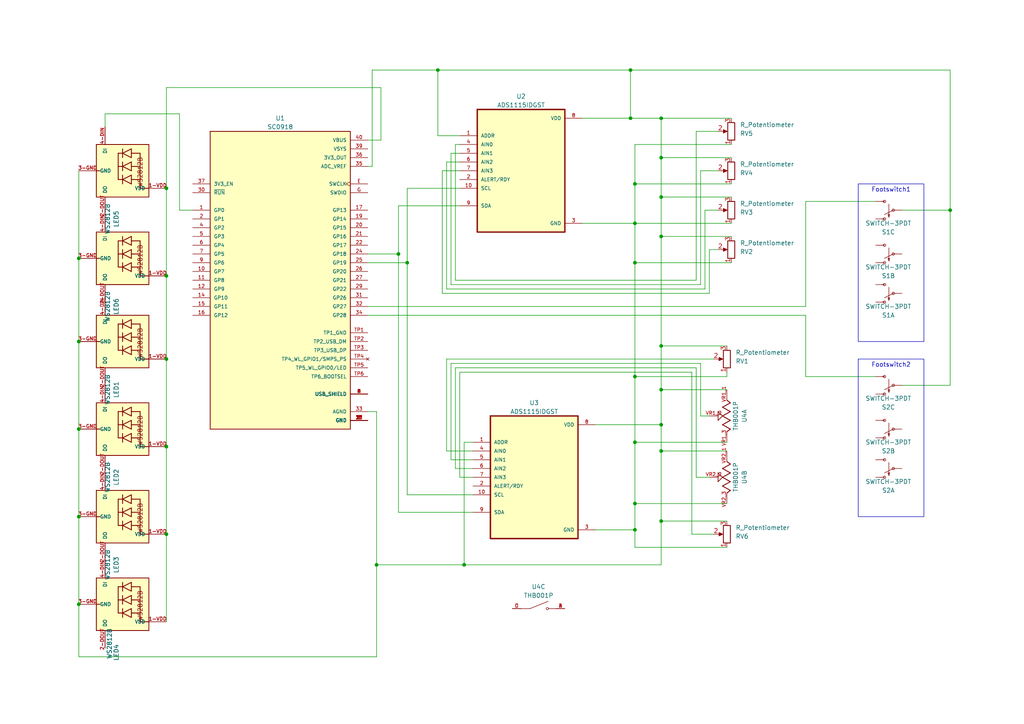
<source format=kicad_sch>
(kicad_sch (version 20230121) (generator eeschema)
  (paper "A4")
  (lib_symbols
    (symbol "ADS1115IDGST:ADS1115IDGST" (pin_names (offset 1.016))
      (property "Reference" "U" (at -12.7 18.78 0))
      (property "Value" "ADS1115IDGST" (at -12.7 -21.78 0))
      (symbol "ADS1115IDGST_0_0"
        (rectangle (start -12.7 -17.78) (end 12.7 17.78) (stroke (width 0.41)) (fill (type background)))
        (pin input line (at -17.78 10.16 0) (length 5.08) (name "ADDR") (number "1"))
        (pin input line (at -17.78 -5.08 0) (length 5.08) (name "SCL") (number "10"))
        (pin input line (at -17.78 -2.54 0) (length 5.08) (name "ALERT/RDY") (number "2"))
        (pin power_in line (at 17.78 -15.24 180) (length 5.08) (name "GND") (number "3"))
        (pin input line (at -17.78 7.62 0) (length 5.08) (name "AIN0") (number "4"))
        (pin input line (at -17.78 5.08 0) (length 5.08) (name "AIN1") (number "5"))
        (pin input line (at -17.78 2.54 0) (length 5.08) (name "AIN2") (number "6"))
        (pin input line (at -17.78 0 0) (length 5.08) (name "AIN3") (number "7"))
        (pin power_in line (at 17.78 15.24 180) (length 5.08) (name "VDD") (number "8"))
        (pin bidirectional line (at -17.78 -10.16 0) (length 5.08) (name "SDA") (number "9"))
      )
    )
    (symbol "Device:R_Potentiometer" (pin_names (offset 1.016) hide)
      (property "Reference" "RV" (at -4.445 0 90))
      (property "Value" "R_Potentiometer" (at -2.54 0 90))
      (symbol "R_Potentiometer_0_1"
        (polyline (pts (xy 2.54 0) (xy 1.524 0)))
        (polyline (pts (xy 1.143 0) (xy 2.286 0.508) (xy 2.286 -0.508) (xy 1.143 0)) (fill (type outline)))
        (rectangle (start 1.016 2.54) (end -1.016 -2.54) (stroke (width 0.254)))
      )
      (symbol "R_Potentiometer_1_1"
        (pin passive line (at 0 3.81 270) (length 1.27) (name "1") (number "1"))
        (pin passive line (at 3.81 0 180) (length 1.27) (name "2") (number "2"))
        (pin passive line (at 0 -3.81 90) (length 1.27) (name "3") (number "3"))
      )
    )
    (symbol "SC0918:SC0918" (pin_names (offset 1.016))
      (property "Reference" "U" (at -20.32 43.942 0))
      (property "Value" "SC0918" (at -20.32 -45.72 0))
      (symbol "SC0918_0_0"
        (rectangle (start -20.32 -43.18) (end 20.32 43.18) (stroke (width 0.254)) (fill (type background)))
        (pin bidirectional line (at -25.4 20.32 0) (length 5.08) (name "GP0") (number "1"))
        (pin bidirectional line (at -25.4 2.54 0) (length 5.08) (name "GP7") (number "10"))
        (pin bidirectional line (at -25.4 0 0) (length 5.08) (name "GP8") (number "11"))
        (pin bidirectional line (at -25.4 -2.54 0) (length 5.08) (name "GP9") (number "12"))
        (pin power_in line (at 25.4 -40.64 180) (length 5.08) (name "GND") (number "13"))
        (pin bidirectional line (at -25.4 -5.08 0) (length 5.08) (name "GP10") (number "14"))
        (pin bidirectional line (at -25.4 -7.62 0) (length 5.08) (name "GP11") (number "15"))
        (pin bidirectional line (at -25.4 -10.16 0) (length 5.08) (name "GP12") (number "16"))
        (pin bidirectional line (at 25.4 20.32 180) (length 5.08) (name "GP13") (number "17"))
        (pin power_in line (at 25.4 -40.64 180) (length 5.08) (name "GND") (number "18"))
        (pin bidirectional line (at 25.4 17.78 180) (length 5.08) (name "GP14") (number "19"))
        (pin bidirectional line (at -25.4 17.78 0) (length 5.08) (name "GP1") (number "2"))
        (pin bidirectional line (at 25.4 15.24 180) (length 5.08) (name "GP15") (number "20"))
        (pin bidirectional line (at 25.4 12.7 180) (length 5.08) (name "GP16") (number "21"))
        (pin bidirectional line (at 25.4 10.16 180) (length 5.08) (name "GP17") (number "22"))
        (pin power_in line (at 25.4 -40.64 180) (length 5.08) (name "GND") (number "23"))
        (pin bidirectional line (at 25.4 7.62 180) (length 5.08) (name "GP18") (number "24"))
        (pin bidirectional line (at 25.4 5.08 180) (length 5.08) (name "GP19") (number "25"))
        (pin bidirectional line (at 25.4 2.54 180) (length 5.08) (name "GP20") (number "26"))
        (pin bidirectional line (at 25.4 0 180) (length 5.08) (name "GP21") (number "27"))
        (pin power_in line (at 25.4 -40.64 180) (length 5.08) (name "GND") (number "28"))
        (pin bidirectional line (at 25.4 -2.54 180) (length 5.08) (name "GP22") (number "29"))
        (pin power_in line (at 25.4 -40.64 180) (length 5.08) (name "GND") (number "3"))
        (pin input line (at -25.4 25.4 0) (length 5.08) (name "~{RUN}") (number "30"))
        (pin bidirectional line (at 25.4 -5.08 180) (length 5.08) (name "GP26") (number "31"))
        (pin bidirectional line (at 25.4 -7.62 180) (length 5.08) (name "GP27") (number "32"))
        (pin power_in line (at 25.4 -38.1 180) (length 5.08) (name "AGND") (number "33"))
        (pin bidirectional line (at 25.4 -10.16 180) (length 5.08) (name "GP28") (number "34"))
        (pin power_in line (at 25.4 33.02 180) (length 5.08) (name "ADC_VREF") (number "35"))
        (pin power_in line (at 25.4 35.56 180) (length 5.08) (name "3V3_OUT") (number "36"))
        (pin input line (at -25.4 27.94 0) (length 5.08) (name "3V3_EN") (number "37"))
        (pin power_in line (at 25.4 -40.64 180) (length 5.08) (name "GND") (number "38"))
        (pin power_in line (at 25.4 38.1 180) (length 5.08) (name "VSYS") (number "39"))
        (pin bidirectional line (at -25.4 15.24 0) (length 5.08) (name "GP2") (number "4"))
        (pin power_in line (at 25.4 40.64 180) (length 5.08) (name "VBUS") (number "40"))
        (pin bidirectional line (at -25.4 12.7 0) (length 5.08) (name "GP3") (number "5"))
        (pin bidirectional line (at -25.4 10.16 0) (length 5.08) (name "GP4") (number "6"))
        (pin bidirectional line (at -25.4 7.62 0) (length 5.08) (name "GP5") (number "7"))
        (pin power_in line (at 25.4 -40.64 180) (length 5.08) (name "GND") (number "8"))
        (pin bidirectional line (at -25.4 5.08 0) (length 5.08) (name "GP6") (number "9"))
        (pin power_in line (at 25.4 -33.02 180) (length 5.08) (name "USB_SHIELD") (number "A"))
        (pin power_in line (at 25.4 -33.02 180) (length 5.08) (name "USB_SHIELD") (number "B"))
        (pin power_in line (at 25.4 -33.02 180) (length 5.08) (name "USB_SHIELD") (number "C"))
        (pin power_in line (at 25.4 -33.02 180) (length 5.08) (name "USB_SHIELD") (number "D"))
        (pin input clock (at 25.4 27.94 180) (length 5.08) (name "SWCLK") (number "E"))
        (pin power_in line (at 25.4 -40.64 180) (length 5.08) (name "GND") (number "F"))
        (pin bidirectional line (at 25.4 25.4 180) (length 5.08) (name "SWDIO") (number "G"))
        (pin power_in line (at 25.4 -15.24 180) (length 5.08) (name "TP1_GND") (number "TP1"))
        (pin bidirectional line (at 25.4 -17.78 180) (length 5.08) (name "TP2_USB_DM") (number "TP2"))
        (pin bidirectional line (at 25.4 -20.32 180) (length 5.08) (name "TP3_USB_DP") (number "TP3"))
        (pin no_connect line (at 25.4 -22.86 180) (length 5.08) (name "TP4_WL_GPIO1/SMPS_PS") (number "TP4"))
        (pin output line (at 25.4 -25.4 180) (length 5.08) (name "TP5_WL_GPIO0/LED") (number "TP5"))
        (pin input line (at 25.4 -27.94 180) (length 5.08) (name "TP6_BOOTSEL") (number "TP6"))
      )
    )
    (symbol "SparkFun-Electromechanical:SWITCH-3PDT" (pin_numbers hide) (pin_names (offset 1.016) hide)
      (property "Reference" "S" (at -4.445 -6.35 0))
      (property "Value" "SWITCH-3PDT" (at -5.08 3.81 0))
      (symbol "SWITCH-3PDT_1_0"
        (polyline (pts (xy -2.54 0) (xy 0 1.27)))
        (polyline (pts (xy -1.524 1.27) (xy -1.016 1.27)))
        (polyline (pts (xy -1.27 -1.778) (xy -1.27 2.032)))
        (polyline (pts (xy -1.27 2.032) (xy -1.524 1.27)))
        (polyline (pts (xy -1.016 1.27) (xy -1.27 2.032)))
        (polyline (pts (xy 0 -2.54) (xy 0.635 -2.54)))
        (polyline (pts (xy 0 2.54) (xy 0.635 2.54)))
      )
      (symbol "SWITCH-3PDT_1_1"
        (circle (center -2.54 0) (radius 0.3556))
        (circle (center 0 -2.54) (radius 0.3556))
        (circle (center 0 2.54) (radius 0.3556))
        (pin passive line (at 2.54 2.54 180) (length 2.54) (name "O") (number "P$1"))
        (pin passive line (at -5.08 0 0) (length 2.54) (name "P") (number "P$2"))
        (pin passive line (at 2.54 -2.54 180) (length 2.54) (name "S") (number "P$3"))
      )
      (symbol "SWITCH-3PDT_2_0"
        (polyline (pts (xy -2.54 0) (xy 0 1.27)))
        (polyline (pts (xy -1.524 1.27) (xy -1.016 1.27)))
        (polyline (pts (xy -1.27 -1.778) (xy -1.27 2.032)))
        (polyline (pts (xy -1.27 2.032) (xy -1.524 1.27)))
        (polyline (pts (xy -1.016 1.27) (xy -1.27 2.032)))
        (polyline (pts (xy 0 -2.54) (xy 0.635 -2.54)))
        (polyline (pts (xy 0 2.54) (xy 0.635 2.54)))
      )
      (symbol "SWITCH-3PDT_2_1"
        (circle (center -2.54 0) (radius 0.3556))
        (circle (center 0 -2.54) (radius 0.3556))
        (circle (center 0 2.54) (radius 0.3556))
        (pin passive line (at 2.54 2.54 180) (length 2.54) (name "O") (number "P$4"))
        (pin passive line (at -5.08 0 0) (length 2.54) (name "P") (number "P$5"))
        (pin passive line (at 2.54 -2.54 180) (length 2.54) (name "S") (number "P$6"))
      )
      (symbol "SWITCH-3PDT_3_0"
        (polyline (pts (xy -2.54 0) (xy 0 1.27)))
        (polyline (pts (xy -1.524 1.27) (xy -1.016 1.27)))
        (polyline (pts (xy -1.27 -1.778) (xy -1.27 2.032)))
        (polyline (pts (xy -1.27 2.032) (xy -1.524 1.27)))
        (polyline (pts (xy -1.016 1.27) (xy -1.27 2.032)))
        (polyline (pts (xy 0 -2.54) (xy 0.635 -2.54)))
        (polyline (pts (xy 0 2.54) (xy 0.635 2.54)))
      )
      (symbol "SWITCH-3PDT_3_1"
        (circle (center -2.54 0) (radius 0.3556))
        (circle (center 0 -2.54) (radius 0.3556))
        (circle (center 0 2.54) (radius 0.3556))
        (pin passive line (at 2.54 2.54 180) (length 2.54) (name "O") (number "P$7"))
        (pin passive line (at -5.08 0 0) (length 2.54) (name "P") (number "P$8"))
        (pin passive line (at 2.54 -2.54 180) (length 2.54) (name "S") (number "P$9"))
      )
    )
    (symbol "THB001P:THB001P" (pin_names (offset 1.016))
      (property "Reference" "U" (at -5.08 5.08 0))
      (property "Value" "THB001P" (at -5.08 2.54 0))
      (symbol "THB001P_1_0"
        (polyline (pts (xy -5.08 0) (xy -4.572 0)) (stroke (width 0.1524)))
        (polyline (pts (xy -4.572 0) (xy -3.81 1.016)) (stroke (width 0.254)))
        (polyline (pts (xy -3.81 1.016) (xy -2.54 -1.27)) (stroke (width 0.254)))
        (polyline (pts (xy -2.54 -1.27) (xy -1.27 1.016)) (stroke (width 0.254)))
        (polyline (pts (xy -1.27 -2.54) (xy 0 -1.27)) (stroke (width 0.2032)))
        (polyline (pts (xy -1.27 1.016) (xy 0 -1.27)) (stroke (width 0.254)))
        (polyline (pts (xy 0 -1.27) (xy 1.27 -2.54)) (stroke (width 0.2032)))
        (polyline (pts (xy 0 -1.27) (xy 1.27 1.016)) (stroke (width 0.254)))
        (polyline (pts (xy 1.27 -2.54) (xy -1.27 -2.54)) (stroke (width 0.2032)))
        (polyline (pts (xy 1.27 1.016) (xy 2.54 -1.27)) (stroke (width 0.254)))
        (polyline (pts (xy 2.54 -1.27) (xy 3.81 1.016)) (stroke (width 0.254)))
        (polyline (pts (xy 3.81 1.016) (xy 4.572 0)) (stroke (width 0.254)))
        (polyline (pts (xy 4.572 0) (xy 5.08 0)) (stroke (width 0.1524)))
        (pin passive line (at -7.62 0 0) (length 2.54) (name "~") (number "VR1_1"))
        (pin passive line (at 0 -5.08 90) (length 2.54) (name "~") (number "VR1_2"))
        (pin passive line (at 7.62 0 180) (length 2.54) (name "~") (number "VR1_3"))
      )
      (symbol "THB001P_2_0"
        (polyline (pts (xy -5.08 0) (xy -4.572 0)) (stroke (width 0.1524)))
        (polyline (pts (xy -4.572 0) (xy -3.81 1.016)) (stroke (width 0.254)))
        (polyline (pts (xy -3.81 1.016) (xy -2.54 -1.27)) (stroke (width 0.254)))
        (polyline (pts (xy -2.54 -1.27) (xy -1.27 1.016)) (stroke (width 0.254)))
        (polyline (pts (xy -1.27 -2.54) (xy 0 -1.27)) (stroke (width 0.2032)))
        (polyline (pts (xy -1.27 1.016) (xy 0 -1.27)) (stroke (width 0.254)))
        (polyline (pts (xy 0 -1.27) (xy 1.27 -2.54)) (stroke (width 0.2032)))
        (polyline (pts (xy 0 -1.27) (xy 1.27 1.016)) (stroke (width 0.254)))
        (polyline (pts (xy 1.27 -2.54) (xy -1.27 -2.54)) (stroke (width 0.2032)))
        (polyline (pts (xy 1.27 1.016) (xy 2.54 -1.27)) (stroke (width 0.254)))
        (polyline (pts (xy 2.54 -1.27) (xy 3.81 1.016)) (stroke (width 0.254)))
        (polyline (pts (xy 3.81 1.016) (xy 4.572 0)) (stroke (width 0.254)))
        (polyline (pts (xy 4.572 0) (xy 5.08 0)) (stroke (width 0.1524)))
        (pin passive line (at -7.62 0 0) (length 2.54) (name "~") (number "VR2_1"))
        (pin passive line (at 0 -5.08 90) (length 2.54) (name "~") (number "VR2_2"))
        (pin passive line (at 7.62 0 180) (length 2.54) (name "~") (number "VR2_3"))
      )
      (symbol "THB001P_3_0"
        (polyline (pts (xy -2.54 0) (xy -5.08 0)) (stroke (width 0.1524)))
        (polyline (pts (xy -2.54 0) (xy 2.794 2.1336)) (stroke (width 0.1524)))
        (polyline (pts (xy 5.08 0) (xy 2.921 0)) (stroke (width 0.1524)))
        (circle (center 2.54 0) (radius 0.3302) (stroke (width 0.1524)))
        (pin passive line (at 7.62 0 180) (length 2.54) (name "~") (number "A"))
        (pin passive line (at 7.62 0 180) (length 2.54) (name "~") (number "B"))
        (pin passive line (at -7.62 0 0) (length 2.54) (name "~") (number "C"))
        (pin passive line (at -7.62 0 0) (length 2.54) (name "~") (number "D"))
      )
    )
    (symbol "WS2812B:WS2812B" (pin_names (offset 1.016))
      (property "Reference" "LED" (at 0 0 0))
      (property "Value" "WS2812B" (at 0 0 0))
      (symbol "WS2812B_0_0"
        (rectangle (start -7.62 -5.08) (end 7.62 10.16) (stroke (width 0.254)) (fill (type background)))
        (polyline (pts (xy -6.35 2.54) (xy -5.08 2.54)) (stroke (width 0.254)))
        (polyline (pts (xy -6.35 5.08) (xy -5.08 5.08)) (stroke (width 0.254)))
        (polyline (pts (xy -5.08 2.54) (xy -6.35 5.08)) (stroke (width 0.254)))
        (polyline (pts (xy -5.08 2.54) (xy -5.08 1.27)) (stroke (width 0.254)))
        (polyline (pts (xy -5.08 2.54) (xy -3.81 5.08)) (stroke (width 0.254)))
        (polyline (pts (xy -5.08 5.08) (xy -3.81 5.08)) (stroke (width 0.254)))
        (polyline (pts (xy -5.08 7.62) (xy -5.08 5.08)) (stroke (width 0.254)))
        (polyline (pts (xy -3.81 2.54) (xy -5.08 2.54)) (stroke (width 0.254)))
        (polyline (pts (xy -2.54 2.54) (xy -1.27 2.54)) (stroke (width 0.254)))
        (polyline (pts (xy -2.54 5.08) (xy 0 5.08)) (stroke (width 0.254)))
        (polyline (pts (xy -1.27 1.27) (xy -5.08 1.27)) (stroke (width 0.254)))
        (polyline (pts (xy -1.27 2.54) (xy -2.54 5.08)) (stroke (width 0.254)))
        (polyline (pts (xy -1.27 2.54) (xy -1.27 1.27)) (stroke (width 0.254)))
        (polyline (pts (xy -1.27 2.54) (xy 0 2.54)) (stroke (width 0.254)))
        (polyline (pts (xy -1.27 5.08) (xy -1.27 7.62)) (stroke (width 0.254)))
        (polyline (pts (xy -1.27 7.62) (xy -5.08 7.62)) (stroke (width 0.254)))
        (polyline (pts (xy 0 -4.064) (xy 0 -5.08)) (stroke (width 0.254)))
        (polyline (pts (xy 0 5.08) (xy -1.27 2.54)) (stroke (width 0.254)))
        (polyline (pts (xy 1.27 5.08) (xy 2.54 2.54)) (stroke (width 0.254)))
        (polyline (pts (xy 1.27 5.08) (xy 2.54 5.08)) (stroke (width 0.254)))
        (polyline (pts (xy 2.54 1.27) (xy -1.27 1.27)) (stroke (width 0.254)))
        (polyline (pts (xy 2.54 2.54) (xy 1.27 2.54)) (stroke (width 0.254)))
        (polyline (pts (xy 2.54 2.54) (xy 2.54 1.27)) (stroke (width 0.254)))
        (polyline (pts (xy 2.54 2.54) (xy 3.81 2.54)) (stroke (width 0.254)))
        (polyline (pts (xy 2.54 2.54) (xy 3.81 5.08)) (stroke (width 0.254)))
        (polyline (pts (xy 2.54 5.08) (xy 2.54 7.62)) (stroke (width 0.254)))
        (polyline (pts (xy 2.54 7.62) (xy -1.27 7.62)) (stroke (width 0.254)))
        (polyline (pts (xy 2.54 7.62) (xy 5.08 7.62)) (stroke (width 0.254)))
        (polyline (pts (xy 3.81 5.08) (xy 2.54 5.08)) (stroke (width 0.254)))
        (polyline (pts (xy 5.08 10.16) (xy 5.08 7.62)) (stroke (width 0.254)))
        (text "WS2812B" (at -4.064 8.382 0) (effects (font (size 1.27 1.27)) (justify left bottom)))
        (pin power_in line (at 5.08 15.24 270) (length 5.08) (name "VDD") (number "1-VDD"))
        (pin output line (at 12.7 -2.54 180) (length 5.08) (name "DO") (number "2-DOUT"))
        (pin power_in line (at 0 -10.16 90) (length 5.08) (name "GND") (number "3-GND"))
        (pin input line (at -12.7 -2.54 0) (length 5.08) (name "DI") (number "4-DIN"))
      )
    )
  )
  (junction (at 134.62 163.83))
  (junction (at 184.15 153.67))
  (junction (at 22.86 74.93))
  (junction (at 184.15 109.22))
  (junction (at 184.15 76.2))
  (junction (at 182.88 34.29))
  (junction (at 191.77 151.13))
  (junction (at 48.26 104.14))
  (junction (at 22.86 149.86))
  (junction (at 127 20.32))
  (junction (at 191.77 68.58))
  (junction (at 109.22 163.83))
  (junction (at 191.77 100.33))
  (junction (at 118.11 76.2))
  (junction (at 191.77 123.19))
  (junction (at 48.26 154.94))
  (junction (at 48.26 129.54))
  (junction (at 191.77 130.81))
  (junction (at 184.15 128.27))
  (junction (at 191.77 57.15))
  (junction (at 22.86 175.26))
  (junction (at 191.77 45.72))
  (junction (at 182.88 20.32))
  (junction (at 22.86 99.06))
  (junction (at 115.57 73.66))
  (junction (at 184.15 146.05))
  (junction (at 22.86 124.46))
  (junction (at 184.15 64.77))
  (junction (at 191.77 113.03))
  (junction (at 48.26 54.61))
  (junction (at 191.77 34.29))
  (junction (at 48.26 80.01))
  (junction (at 184.15 53.34))
  (junction (at 275.59 60.96))
  (wire (pts (xy 191.77 34.29) (xy 212.09 34.29)))
  (wire (pts (xy 106.68 76.2) (xy 118.11 76.2)))
  (wire (pts (xy 48.26 25.4) (xy 110.49 25.4)))
  (wire (pts (xy 107.95 20.32) (xy 127 20.32)))
  (wire (pts (xy 55.88 60.96) (xy 52.07 60.96)))
  (wire (pts (xy 204.47 83.82) (xy 129.54 83.82)))
  (wire (pts (xy 184.15 146.05) (xy 210.82 146.05)))
  (wire (pts (xy 191.77 151.13) (xy 210.82 151.13)))
  (wire (pts (xy 48.26 54.61) (xy 48.26 80.01)))
  (wire (pts (xy 133.35 39.37) (xy 127 39.37)))
  (wire (pts (xy 118.11 76.2) (xy 118.11 54.61)))
  (wire (pts (xy 205.74 138.43) (xy 201.93 138.43)))
  (wire (pts (xy 191.77 34.29) (xy 182.88 34.29)))
  (wire (pts (xy 129.54 46.99) (xy 133.35 46.99)))
  (wire (pts (xy 205.74 120.65) (xy 203.2 120.65)))
  (wire (pts (xy 210.82 128.27) (xy 184.15 128.27)))
  (wire (pts (xy 137.16 138.43) (xy 133.35 138.43)))
  (wire (pts (xy 275.59 20.32) (xy 275.59 60.96)))
  (wire (pts (xy 172.72 153.67) (xy 184.15 153.67)))
  (wire (pts (xy 233.68 91.44) (xy 106.68 91.44)))
  (wire (pts (xy 200.66 107.95) (xy 200.66 154.94)))
  (wire (pts (xy 134.62 163.83) (xy 191.77 163.83)))
  (wire (pts (xy 208.28 72.39) (xy 205.74 72.39)))
  (wire (pts (xy 115.57 73.66) (xy 115.57 148.59)))
  (wire (pts (xy 184.15 153.67) (xy 184.15 146.05)))
  (wire (pts (xy 130.81 82.55) (xy 130.81 44.45)))
  (wire (pts (xy 48.26 80.01) (xy 48.26 104.14)))
  (wire (pts (xy 210.82 158.75) (xy 184.15 158.75)))
  (wire (pts (xy 133.35 107.95) (xy 200.66 107.95)))
  (wire (pts (xy 128.27 49.53) (xy 133.35 49.53)))
  (wire (pts (xy 191.77 57.15) (xy 191.77 45.72)))
  (wire (pts (xy 115.57 148.59) (xy 137.16 148.59)))
  (wire (pts (xy 127 39.37) (xy 127 20.32)))
  (wire (pts (xy 132.08 106.68) (xy 132.08 135.89)))
  (wire (pts (xy 184.15 109.22) (xy 184.15 128.27)))
  (wire (pts (xy 132.08 135.89) (xy 137.16 135.89)))
  (wire (pts (xy 106.68 48.26) (xy 107.95 48.26)))
  (wire (pts (xy 191.77 100.33) (xy 210.82 100.33)))
  (wire (pts (xy 184.15 109.22) (xy 184.15 76.2)))
  (wire (pts (xy 172.72 123.19) (xy 191.77 123.19)))
  (wire (pts (xy 48.26 154.94) (xy 48.26 180.34)))
  (wire (pts (xy 22.86 190.5) (xy 109.22 190.5)))
  (wire (pts (xy 184.15 76.2) (xy 184.15 64.77)))
  (wire (pts (xy 184.15 53.34) (xy 184.15 41.91)))
  (wire (pts (xy 200.66 154.94) (xy 207.01 154.94)))
  (wire (pts (xy 133.35 138.43) (xy 133.35 107.95)))
  (wire (pts (xy 191.77 45.72) (xy 191.77 34.29)))
  (wire (pts (xy 201.93 106.68) (xy 132.08 106.68)))
  (wire (pts (xy 210.82 109.22) (xy 210.82 107.95)))
  (wire (pts (xy 137.16 143.51) (xy 118.11 143.51)))
  (wire (pts (xy 233.68 88.9) (xy 106.68 88.9)))
  (wire (pts (xy 233.68 109.22) (xy 233.68 91.44)))
  (wire (pts (xy 191.77 130.81) (xy 210.82 130.81)))
  (wire (pts (xy 106.68 73.66) (xy 115.57 73.66)))
  (wire (pts (xy 191.77 113.03) (xy 210.82 113.03)))
  (wire (pts (xy 52.07 60.96) (xy 52.07 33.02)))
  (wire (pts (xy 205.74 72.39) (xy 205.74 85.09)))
  (wire (pts (xy 191.77 68.58) (xy 191.77 100.33)))
  (wire (pts (xy 129.54 104.14) (xy 129.54 130.81)))
  (wire (pts (xy 115.57 59.69) (xy 133.35 59.69)))
  (wire (pts (xy 191.77 130.81) (xy 191.77 151.13)))
  (wire (pts (xy 182.88 20.32) (xy 182.88 34.29)))
  (wire (pts (xy 191.77 123.19) (xy 191.77 130.81)))
  (wire (pts (xy 203.2 120.65) (xy 203.2 105.41)))
  (wire (pts (xy 204.47 60.96) (xy 204.47 83.82)))
  (wire (pts (xy 203.2 49.53) (xy 203.2 82.55)))
  (wire (pts (xy 182.88 20.32) (xy 275.59 20.32)))
  (wire (pts (xy 106.68 40.64) (xy 110.49 40.64)))
  (wire (pts (xy 184.15 76.2) (xy 212.09 76.2)))
  (wire (pts (xy 191.77 123.19) (xy 191.77 113.03)))
  (wire (pts (xy 22.86 74.93) (xy 22.86 99.06)))
  (wire (pts (xy 22.86 124.46) (xy 22.86 149.86)))
  (wire (pts (xy 22.86 175.26) (xy 22.86 190.5)))
  (wire (pts (xy 107.95 48.26) (xy 107.95 20.32)))
  (wire (pts (xy 254 109.22) (xy 233.68 109.22)))
  (wire (pts (xy 184.15 64.77) (xy 168.91 64.77)))
  (wire (pts (xy 208.28 38.1) (xy 201.93 38.1)))
  (wire (pts (xy 134.62 128.27) (xy 134.62 163.83)))
  (wire (pts (xy 52.07 33.02) (xy 30.48 33.02)))
  (wire (pts (xy 182.88 34.29) (xy 168.91 34.29)))
  (wire (pts (xy 110.49 25.4) (xy 110.49 40.64)))
  (wire (pts (xy 128.27 85.09) (xy 128.27 49.53)))
  (wire (pts (xy 184.15 158.75) (xy 184.15 153.67)))
  (wire (pts (xy 275.59 60.96) (xy 261.62 60.96)))
  (wire (pts (xy 184.15 64.77) (xy 184.15 53.34)))
  (wire (pts (xy 130.81 133.35) (xy 137.16 133.35)))
  (wire (pts (xy 129.54 130.81) (xy 137.16 130.81)))
  (wire (pts (xy 201.93 81.28) (xy 132.08 81.28)))
  (wire (pts (xy 130.81 44.45) (xy 133.35 44.45)))
  (wire (pts (xy 106.68 119.38) (xy 109.22 119.38)))
  (wire (pts (xy 137.16 128.27) (xy 134.62 128.27)))
  (wire (pts (xy 184.15 41.91) (xy 212.09 41.91)))
  (wire (pts (xy 207.01 104.14) (xy 129.54 104.14)))
  (wire (pts (xy 208.28 60.96) (xy 204.47 60.96)))
  (wire (pts (xy 191.77 113.03) (xy 191.77 100.33)))
  (wire (pts (xy 191.77 57.15) (xy 212.09 57.15)))
  (wire (pts (xy 191.77 68.58) (xy 212.09 68.58)))
  (wire (pts (xy 30.48 87.63) (xy 30.48 86.36)))
  (wire (pts (xy 203.2 82.55) (xy 130.81 82.55)))
  (wire (pts (xy 184.15 53.34) (xy 212.09 53.34)))
  (wire (pts (xy 22.86 149.86) (xy 22.86 175.26)))
  (wire (pts (xy 184.15 64.77) (xy 212.09 64.77)))
  (wire (pts (xy 254 58.42) (xy 233.68 58.42)))
  (wire (pts (xy 130.81 105.41) (xy 130.81 133.35)))
  (wire (pts (xy 30.48 33.02) (xy 30.48 36.83)))
  (wire (pts (xy 233.68 58.42) (xy 233.68 88.9)))
  (wire (pts (xy 132.08 81.28) (xy 132.08 41.91)))
  (wire (pts (xy 129.54 83.82) (xy 129.54 46.99)))
  (wire (pts (xy 127 20.32) (xy 182.88 20.32)))
  (wire (pts (xy 115.57 73.66) (xy 115.57 59.69)))
  (wire (pts (xy 203.2 105.41) (xy 130.81 105.41)))
  (wire (pts (xy 191.77 45.72) (xy 212.09 45.72)))
  (wire (pts (xy 184.15 109.22) (xy 210.82 109.22)))
  (wire (pts (xy 205.74 85.09) (xy 128.27 85.09)))
  (wire (pts (xy 109.22 190.5) (xy 109.22 163.83)))
  (wire (pts (xy 109.22 119.38) (xy 109.22 163.83)))
  (wire (pts (xy 191.77 151.13) (xy 191.77 163.83)))
  (wire (pts (xy 22.86 99.06) (xy 22.86 124.46)))
  (wire (pts (xy 118.11 54.61) (xy 133.35 54.61)))
  (wire (pts (xy 22.86 49.53) (xy 22.86 74.93)))
  (wire (pts (xy 184.15 146.05) (xy 184.15 128.27)))
  (wire (pts (xy 208.28 49.53) (xy 203.2 49.53)))
  (wire (pts (xy 201.93 138.43) (xy 201.93 106.68)))
  (wire (pts (xy 48.26 104.14) (xy 48.26 129.54)))
  (wire (pts (xy 109.22 163.83) (xy 134.62 163.83)))
  (wire (pts (xy 275.59 111.76) (xy 261.62 111.76)))
  (wire (pts (xy 191.77 68.58) (xy 191.77 57.15)))
  (wire (pts (xy 48.26 54.61) (xy 48.26 25.4)))
  (wire (pts (xy 275.59 60.96) (xy 275.59 111.76)))
  (wire (pts (xy 48.26 129.54) (xy 48.26 154.94)))
  (wire (pts (xy 201.93 38.1) (xy 201.93 81.28)))
  (wire (pts (xy 132.08 41.91) (xy 133.35 41.91)))
  (wire (pts (xy 118.11 143.51) (xy 118.11 76.2)))
  (rectangle (start 248.92 104.14) (end 267.97 149.86))
  (rectangle (start 248.92 53.34) (end 267.97 99.06))
  (text "Footswitch2" (at 252.73 106.68 0) (effects (font (size 1.27 1.27)) (justify left bottom)))
  (text "Footswitch1\n" (at 252.73 55.88 0) (effects (font (size 1.27 1.27)) (justify left bottom)))
  (symbol (lib_id "ADS1115IDGST:ADS1115IDGST") (at 151.13 49.53 0) (unit 1)
    (property "Reference" "U2" (at 151.13 27.94 0))
    (property "Value" "ADS1115IDGST" (at 151.13 30.48 0))
    (property "Footprint" "SOP50P490X110-10N" (effects hide))
  )
  (symbol (lib_id "Device:R_Potentiometer") (at 210.82 104.14 180) (unit 1)
    (property "Reference" "RV1" (at 213.36 104.775 0) (effects (justify right)))
    (property "Value" "R_Potentiometer" (at 213.36 102.235 0) (effects (justify right)))
  )
  (symbol (lib_id "SparkFun-Electromechanical:SWITCH-3PDT") (at 256.54 135.89 180) (unit 1)
    (property "Reference" "S2" (at 257.6703 142.24 0))
    (property "Value" "SWITCH-3PDT" (at 257.6703 139.7 0))
    (property "Footprint" "STOMP-SWITCH-3PDT" (effects hide))
  )
  (symbol (lib_id "THB001P:THB001P") (at 156.21 176.53 0) (unit 3)
    (property "Reference" "U4" (at 156.21 170.18 0))
    (property "Value" "THB001P" (at 156.21 172.72 0))
    (property "Footprint" "CNK_THB001P" (effects hide))
    (property "PARTREV" "27 Jan 22" (effects hide))
    (property "MANUFACTURER" "CNK" (effects hide))
    (property "STANDARD" "Manufacturer Recommendations" (effects hide))
    (property "MAXIMUM_PACKAGE_HEIGHT" "19.85mm" (effects hide))
    (property "SNAPEDA_PN" "THB001P" (effects hide))
  )
  (symbol (lib_id "Device:R_Potentiometer") (at 212.09 38.1 180) (unit 1)
    (property "Reference" "RV5" (at 214.63 38.735 0) (effects (justify right)))
    (property "Value" "R_Potentiometer" (at 214.63 36.195 0) (effects (justify right)))
  )
  (symbol (lib_id "WS2812B:WS2812B") (at 33.02 49.53 270) (unit 1)
    (property "Reference" "LED5" (at 33.7311 63.5 0))
    (property "Value" "WS2812B" (at 31.1911 63.5 0))
  )
  (symbol (lib_id "WS2812B:WS2812B") (at 33.02 175.26 270) (unit 1)
    (property "Reference" "LED4" (at 33.7311 189.23 0))
    (property "Value" "WS2812B" (at 31.75 186.69 0))
  )
  (symbol (lib_id "SparkFun-Electromechanical:SWITCH-3PDT") (at 256.54 85.09 180) (unit 1)
    (property "Reference" "S1" (at 257.6703 91.44 0))
    (property "Value" "SWITCH-3PDT" (at 257.6703 88.9 0))
    (property "Footprint" "STOMP-SWITCH-3PDT" (effects hide))
  )
  (symbol (lib_id "WS2812B:WS2812B") (at 33.02 99.06 270) (unit 1)
    (property "Reference" "LED1" (at 33.7311 113.03 0))
    (property "Value" "WS2812B" (at 31.1911 113.03 0))
  )
  (symbol (lib_id "THB001P:THB001P") (at 210.82 138.43 270) (unit 2)
    (property "Reference" "U4" (at 215.9 138.43 0))
    (property "Value" "THB001P" (at 213.36 138.43 0))
    (property "Footprint" "CNK_THB001P" (effects hide))
    (property "PARTREV" "27 Jan 22" (effects hide))
    (property "MANUFACTURER" "CNK" (effects hide))
    (property "STANDARD" "Manufacturer Recommendations" (effects hide))
    (property "MAXIMUM_PACKAGE_HEIGHT" "19.85mm" (effects hide))
    (property "SNAPEDA_PN" "THB001P" (effects hide))
  )
  (symbol (lib_id "SparkFun-Electromechanical:SWITCH-3PDT") (at 256.54 111.76 180) (unit 3)
    (property "Reference" "S2" (at 257.6703 118.11 0))
    (property "Value" "SWITCH-3PDT" (at 257.6703 115.57 0))
    (property "Footprint" "STOMP-SWITCH-3PDT" (effects hide))
  )
  (symbol (lib_id "WS2812B:WS2812B") (at 33.02 124.46 270) (unit 1)
    (property "Reference" "LED2" (at 33.7311 138.43 0))
    (property "Value" "WS2812B" (at 31.1911 138.43 0))
  )
  (symbol (lib_id "SparkFun-Electromechanical:SWITCH-3PDT") (at 256.54 60.96 180) (unit 3)
    (property "Reference" "S1" (at 257.6703 67.31 0))
    (property "Value" "SWITCH-3PDT" (at 257.6703 64.77 0))
    (property "Footprint" "STOMP-SWITCH-3PDT" (effects hide))
  )
  (symbol (lib_id "Device:R_Potentiometer") (at 210.82 154.94 180) (unit 1)
    (property "Reference" "RV6" (at 213.36 155.575 0) (effects (justify right)))
    (property "Value" "R_Potentiometer" (at 213.36 153.035 0) (effects (justify right)))
  )
  (symbol (lib_id "THB001P:THB001P") (at 210.82 120.65 270) (unit 1)
    (property "Reference" "U4" (at 215.9 120.65 0))
    (property "Value" "THB001P" (at 213.36 120.65 0))
    (property "Footprint" "CNK_THB001P" (effects hide))
    (property "PARTREV" "27 Jan 22" (effects hide))
    (property "MANUFACTURER" "CNK" (effects hide))
    (property "STANDARD" "Manufacturer Recommendations" (effects hide))
    (property "MAXIMUM_PACKAGE_HEIGHT" "19.85mm" (effects hide))
    (property "SNAPEDA_PN" "THB001P" (effects hide))
  )
  (symbol (lib_id "SparkFun-Electromechanical:SWITCH-3PDT") (at 256.54 124.46 180) (unit 2)
    (property "Reference" "S2" (at 257.6703 130.81 0))
    (property "Value" "SWITCH-3PDT" (at 257.6703 128.27 0))
    (property "Footprint" "STOMP-SWITCH-3PDT" (effects hide))
  )
  (symbol (lib_id "ADS1115IDGST:ADS1115IDGST") (at 154.94 138.43 0) (unit 1)
    (property "Reference" "U3" (at 154.94 116.84 0))
    (property "Value" "ADS1115IDGST" (at 154.94 119.38 0))
    (property "Footprint" "SOP50P490X110-10N" (effects hide))
  )
  (symbol (lib_id "WS2812B:WS2812B") (at 33.02 74.93 270) (unit 1)
    (property "Reference" "LED6" (at 33.7311 88.9 0))
    (property "Value" "WS2812B" (at 31.1911 88.9 0))
  )
  (symbol (lib_id "SparkFun-Electromechanical:SWITCH-3PDT") (at 256.54 73.66 180) (unit 2)
    (property "Reference" "S1" (at 257.6703 80.01 0))
    (property "Value" "SWITCH-3PDT" (at 257.6703 77.47 0))
    (property "Footprint" "STOMP-SWITCH-3PDT" (effects hide))
  )
  (symbol (lib_id "Device:R_Potentiometer") (at 212.09 60.96 180) (unit 1)
    (property "Reference" "RV3" (at 214.63 61.595 0) (effects (justify right)))
    (property "Value" "R_Potentiometer" (at 214.63 59.055 0) (effects (justify right)))
  )
  (symbol (lib_id "SC0918:SC0918") (at 81.28 81.28 0) (unit 1)
    (property "Reference" "U1" (at 81.28 34.29 0))
    (property "Value" "SC0918" (at 81.28 36.83 0))
    (property "Footprint" "MODULE_SC0918" (effects hide))
    (property "PARTREV" "2.1" (effects hide))
    (property "STANDARD" "Manufacturer Recommendations" (effects hide))
    (property "MAXIMUM_PACKAGE_HEIGHT" "3.6mm" (effects hide))
    (property "MANUFACTURER" "Raspberry Pi" (effects hide))
  )
  (symbol (lib_id "WS2812B:WS2812B") (at 33.02 149.86 270) (unit 1)
    (property "Reference" "LED3" (at 33.7311 163.83 0))
    (property "Value" "WS2812B" (at 31.1911 163.83 0))
  )
  (symbol (lib_id "Device:R_Potentiometer") (at 212.09 49.53 180) (unit 1)
    (property "Reference" "RV4" (at 214.63 50.165 0) (effects (justify right)))
    (property "Value" "R_Potentiometer" (at 214.63 47.625 0) (effects (justify right)))
  )
  (symbol (lib_id "Device:R_Potentiometer") (at 212.09 72.39 180) (unit 1)
    (property "Reference" "RV2" (at 214.63 73.025 0) (effects (justify right)))
    (property "Value" "R_Potentiometer" (at 214.63 70.485 0) (effects (justify right)))
  )
)
</source>
